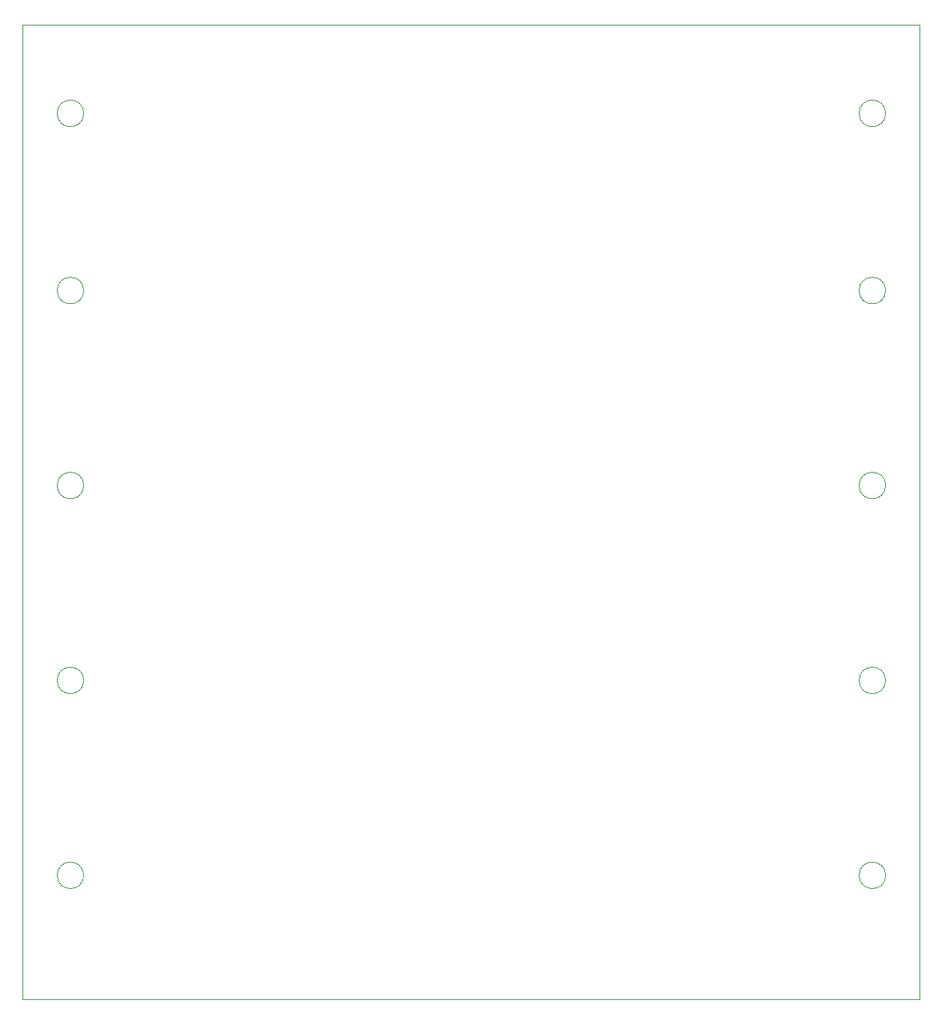
<source format=gbr>
%TF.GenerationSoftware,KiCad,Pcbnew,(6.0.1)*%
%TF.CreationDate,2024-03-02T23:19:42-08:00*%
%TF.ProjectId,main,6d61696e-2e6b-4696-9361-645f70636258,1.1*%
%TF.SameCoordinates,Original*%
%TF.FileFunction,Profile,NP*%
%FSLAX46Y46*%
G04 Gerber Fmt 4.6, Leading zero omitted, Abs format (unit mm)*
G04 Created by KiCad (PCBNEW (6.0.1)) date 2024-03-02 23:19:42*
%MOMM*%
%LPD*%
G01*
G04 APERTURE LIST*
%TA.AperFunction,Profile*%
%ADD10C,0.050000*%
%TD*%
%TA.AperFunction,Profile*%
%ADD11C,0.120000*%
%TD*%
G04 APERTURE END LIST*
D10*
X40000000Y-150000000D02*
X40000000Y-40000000D01*
X40000000Y-40000000D02*
X141300000Y-40000000D01*
X141300000Y-150000000D02*
X40000000Y-150000000D01*
X141300000Y-40000000D02*
X141300000Y-150000000D01*
D11*
%TO.C,J2*%
X46900000Y-70000000D02*
G75*
G03*
X46900000Y-70000000I-1500000J0D01*
G01*
%TO.C,J9*%
X137500000Y-70000000D02*
G75*
G03*
X137500000Y-70000000I-1500000J0D01*
G01*
%TO.C,J3*%
X46900000Y-92000000D02*
G75*
G03*
X46900000Y-92000000I-1500000J0D01*
G01*
%TO.C,J7*%
X137500000Y-50000000D02*
G75*
G03*
X137500000Y-50000000I-1500000J0D01*
G01*
%TO.C,J5*%
X46900000Y-136000000D02*
G75*
G03*
X46900000Y-136000000I-1500000J0D01*
G01*
%TO.C,J10*%
X137500000Y-136000000D02*
G75*
G03*
X137500000Y-136000000I-1500000J0D01*
G01*
%TO.C,J4*%
X46900000Y-114000000D02*
G75*
G03*
X46900000Y-114000000I-1500000J0D01*
G01*
%TO.C,J11*%
X137500000Y-92000000D02*
G75*
G03*
X137500000Y-92000000I-1500000J0D01*
G01*
%TO.C,J1*%
X46900000Y-50000000D02*
G75*
G03*
X46900000Y-50000000I-1500000J0D01*
G01*
%TO.C,J8*%
X137500000Y-114000000D02*
G75*
G03*
X137500000Y-114000000I-1500000J0D01*
G01*
%TD*%
M02*

</source>
